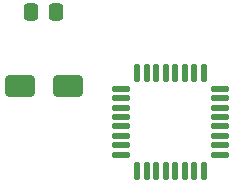
<source format=gbr>
G04 This is an RS-274x file exported by *
G04 gerbv version 2.10.0 *
G04 More information is available about gerbv at *
G04 https://gerbv.github.io/ *
G04 --End of header info--*
%MOIN*%
%FSLAX36Y36*%
%IPPOS*%
G04 --Define apertures--*
%AMMACRO10*
4,1,4,0.013287,0.018701,-0.013287,0.018701,-0.013287,-0.018701,0.013287,-0.018701,0.013287,0.018701,0.000000*
1,1,0.019685,0.013287,0.018701*
1,1,0.019685,-0.013287,0.018701*
1,1,0.019685,-0.013287,-0.018701*
1,1,0.019685,0.013287,-0.018701*
20,1,0.019685,0.013287,0.018701,-0.013287,0.018701,0.000000*
20,1,0.019685,-0.013287,0.018701,-0.013287,-0.018701,0.000000*
20,1,0.019685,-0.013287,-0.018701,0.013287,-0.018701,0.000000*
20,1,0.019685,0.013287,-0.018701,0.013287,0.018701,0.000000*
%
%ADD10MACRO10*%
%AMMACRO11*
4,1,4,-0.005413,-0.023622,0.005413,-0.023622,0.005413,0.023622,-0.005413,0.023622,-0.005413,-0.023622,0.000000*
1,1,0.010827,-0.005413,-0.023622*
1,1,0.010827,0.005413,-0.023622*
1,1,0.010827,0.005413,0.023622*
1,1,0.010827,-0.005413,0.023622*
20,1,0.010827,-0.005413,-0.023622,0.005413,-0.023622,0.000000*
20,1,0.010827,0.005413,-0.023622,0.005413,0.023622,0.000000*
20,1,0.010827,0.005413,0.023622,-0.005413,0.023622,0.000000*
20,1,0.010827,-0.005413,0.023622,-0.005413,-0.023622,0.000000*
%
%ADD11MACRO11*%
%AMMACRO12*
4,1,4,-0.023622,-0.005413,0.023622,-0.005413,0.023622,0.005413,-0.023622,0.005413,-0.023622,-0.005413,0.000000*
1,1,0.010827,-0.023622,-0.005413*
1,1,0.010827,0.023622,-0.005413*
1,1,0.010827,0.023622,0.005413*
1,1,0.010827,-0.023622,0.005413*
20,1,0.010827,-0.023622,-0.005413,0.023622,-0.005413,0.000000*
20,1,0.010827,0.023622,-0.005413,0.023622,0.005413,0.000000*
20,1,0.010827,0.023622,0.005413,-0.023622,0.005413,0.000000*
20,1,0.010827,-0.023622,0.005413,-0.023622,-0.005413,0.000000*
%
%ADD12MACRO12*%
%AMMACRO13*
4,1,4,0.039370,0.025591,-0.039370,0.025591,-0.039370,-0.025591,0.039370,-0.025591,0.039370,0.025591,0.000000*
1,1,0.019685,0.039370,0.025591*
1,1,0.019685,-0.039370,0.025591*
1,1,0.019685,-0.039370,-0.025591*
1,1,0.019685,0.039370,-0.025591*
20,1,0.019685,0.039370,0.025591,-0.039370,0.025591,0.000000*
20,1,0.019685,-0.039370,0.025591,-0.039370,-0.025591,0.000000*
20,1,0.019685,-0.039370,-0.025591,0.039370,-0.025591,0.000000*
20,1,0.019685,0.039370,-0.025591,0.039370,0.025591,0.000000*
%
%ADD13MACRO13*%
G04 --Start main section--*
G54D10*
G01X5518701Y-3001969D03*
G01X5600394Y-3001969D03*
G54D11*
G01X5872441Y-3202362D03*
G01X5903937Y-3202362D03*
G01X5935433Y-3202362D03*
G01X5966929Y-3202362D03*
G01X5998425Y-3202362D03*
G01X6029921Y-3202362D03*
G01X6061417Y-3202362D03*
G01X6092913Y-3202362D03*
G54D12*
G01X6146555Y-3256004D03*
G01X6146555Y-3287500D03*
G01X6146555Y-3318996D03*
G01X6146555Y-3350492D03*
G01X6146555Y-3381988D03*
G01X6146555Y-3413484D03*
G01X6146555Y-3444980D03*
G01X6146555Y-3476476D03*
G54D11*
G01X6092913Y-3530118D03*
G01X6061417Y-3530118D03*
G01X6029921Y-3530118D03*
G01X5998425Y-3530118D03*
G01X5966929Y-3530118D03*
G01X5935433Y-3530118D03*
G01X5903937Y-3530118D03*
G01X5872441Y-3530118D03*
G54D12*
G01X5818799Y-3476476D03*
G01X5818799Y-3444980D03*
G01X5818799Y-3413484D03*
G01X5818799Y-3381988D03*
G01X5818799Y-3350492D03*
G01X5818799Y-3318996D03*
G01X5818799Y-3287500D03*
G01X5818799Y-3256004D03*
G54D13*
G01X5639764Y-3248031D03*
G01X5482283Y-3248031D03*
M02*

</source>
